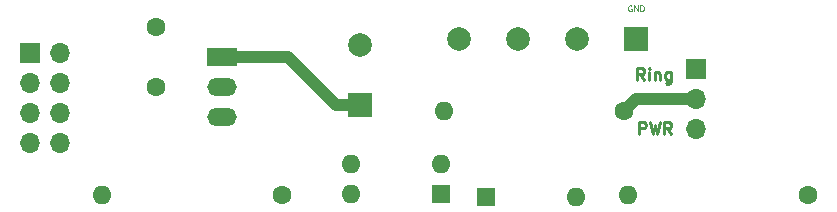
<source format=gbr>
%TF.GenerationSoftware,KiCad,Pcbnew,(5.1.10)-1*%
%TF.CreationDate,2021-06-01T20:42:40+02:00*%
%TF.ProjectId,smart-telefon,736d6172-742d-4746-956c-65666f6e2e6b,1.*%
%TF.SameCoordinates,Original*%
%TF.FileFunction,Copper,L1,Top*%
%TF.FilePolarity,Positive*%
%FSLAX46Y46*%
G04 Gerber Fmt 4.6, Leading zero omitted, Abs format (unit mm)*
G04 Created by KiCad (PCBNEW (5.1.10)-1) date 2021-06-01 20:42:40*
%MOMM*%
%LPD*%
G01*
G04 APERTURE LIST*
%TA.AperFunction,NonConductor*%
%ADD10C,0.100000*%
%TD*%
%TA.AperFunction,NonConductor*%
%ADD11C,0.250000*%
%TD*%
%TA.AperFunction,ComponentPad*%
%ADD12R,2.000000X2.000000*%
%TD*%
%TA.AperFunction,ComponentPad*%
%ADD13C,2.000000*%
%TD*%
%TA.AperFunction,ComponentPad*%
%ADD14C,1.600000*%
%TD*%
%TA.AperFunction,ComponentPad*%
%ADD15R,1.600000X1.600000*%
%TD*%
%TA.AperFunction,ComponentPad*%
%ADD16O,1.600000X1.600000*%
%TD*%
%TA.AperFunction,ComponentPad*%
%ADD17R,1.700000X1.700000*%
%TD*%
%TA.AperFunction,ComponentPad*%
%ADD18O,1.700000X1.700000*%
%TD*%
%TA.AperFunction,ComponentPad*%
%ADD19R,2.500000X1.500000*%
%TD*%
%TA.AperFunction,ComponentPad*%
%ADD20O,2.500000X1.500000*%
%TD*%
%TA.AperFunction,Conductor*%
%ADD21C,1.000000*%
%TD*%
G04 APERTURE END LIST*
D10*
X137287047Y-61218000D02*
X137239428Y-61194190D01*
X137168000Y-61194190D01*
X137096571Y-61218000D01*
X137048952Y-61265619D01*
X137025142Y-61313238D01*
X137001333Y-61408476D01*
X137001333Y-61479904D01*
X137025142Y-61575142D01*
X137048952Y-61622761D01*
X137096571Y-61670380D01*
X137168000Y-61694190D01*
X137215619Y-61694190D01*
X137287047Y-61670380D01*
X137310857Y-61646571D01*
X137310857Y-61479904D01*
X137215619Y-61479904D01*
X137525142Y-61694190D02*
X137525142Y-61194190D01*
X137810857Y-61694190D01*
X137810857Y-61194190D01*
X138048952Y-61694190D02*
X138048952Y-61194190D01*
X138168000Y-61194190D01*
X138239428Y-61218000D01*
X138287047Y-61265619D01*
X138310857Y-61313238D01*
X138334666Y-61408476D01*
X138334666Y-61479904D01*
X138310857Y-61575142D01*
X138287047Y-61622761D01*
X138239428Y-61670380D01*
X138168000Y-61694190D01*
X138048952Y-61694190D01*
D11*
X137930094Y-72080380D02*
X137930094Y-71080380D01*
X138311047Y-71080380D01*
X138406285Y-71128000D01*
X138453904Y-71175619D01*
X138501523Y-71270857D01*
X138501523Y-71413714D01*
X138453904Y-71508952D01*
X138406285Y-71556571D01*
X138311047Y-71604190D01*
X137930094Y-71604190D01*
X138834856Y-71080380D02*
X139072951Y-72080380D01*
X139263428Y-71366095D01*
X139453904Y-72080380D01*
X139691999Y-71080380D01*
X140644380Y-72080380D02*
X140311047Y-71604190D01*
X140072951Y-72080380D02*
X140072951Y-71080380D01*
X140453904Y-71080380D01*
X140549142Y-71128000D01*
X140596761Y-71175619D01*
X140644380Y-71270857D01*
X140644380Y-71413714D01*
X140596761Y-71508952D01*
X140549142Y-71556571D01*
X140453904Y-71604190D01*
X140072951Y-71604190D01*
X138358666Y-67508380D02*
X138025333Y-67032190D01*
X137787238Y-67508380D02*
X137787238Y-66508380D01*
X138168190Y-66508380D01*
X138263428Y-66556000D01*
X138311047Y-66603619D01*
X138358666Y-66698857D01*
X138358666Y-66841714D01*
X138311047Y-66936952D01*
X138263428Y-66984571D01*
X138168190Y-67032190D01*
X137787238Y-67032190D01*
X138787238Y-67508380D02*
X138787238Y-66841714D01*
X138787238Y-66508380D02*
X138739619Y-66556000D01*
X138787238Y-66603619D01*
X138834857Y-66556000D01*
X138787238Y-66508380D01*
X138787238Y-66603619D01*
X139263428Y-66841714D02*
X139263428Y-67508380D01*
X139263428Y-66936952D02*
X139311047Y-66889333D01*
X139406285Y-66841714D01*
X139549142Y-66841714D01*
X139644380Y-66889333D01*
X139692000Y-66984571D01*
X139692000Y-67508380D01*
X140596761Y-66841714D02*
X140596761Y-67651238D01*
X140549142Y-67746476D01*
X140501523Y-67794095D01*
X140406285Y-67841714D01*
X140263428Y-67841714D01*
X140168190Y-67794095D01*
X140596761Y-67460761D02*
X140501523Y-67508380D01*
X140311047Y-67508380D01*
X140215809Y-67460761D01*
X140168190Y-67413142D01*
X140120571Y-67317904D01*
X140120571Y-67032190D01*
X140168190Y-66936952D01*
X140215809Y-66889333D01*
X140311047Y-66841714D01*
X140501523Y-66841714D01*
X140596761Y-66889333D01*
D12*
%TO.P,C1,1*%
%TO.N,Net-(C1-Pad1)*%
X114300000Y-69596000D03*
D13*
%TO.P,C1,2*%
%TO.N,GND*%
X114300000Y-64596000D03*
%TD*%
D14*
%TO.P,C2,1*%
%TO.N,/VCC*%
X97028000Y-68072000D03*
%TO.P,C2,2*%
%TO.N,GND*%
X97028000Y-63072000D03*
%TD*%
D13*
%TO.P,D1,4*%
%TO.N,Net-(C1-Pad1)*%
X122668000Y-64008000D03*
%TO.P,D1,3*%
%TO.N,GND*%
X127668000Y-64008000D03*
%TO.P,D1,2*%
%TO.N,/POWER*%
X132668000Y-64008000D03*
D12*
%TO.P,D1,1*%
%TO.N,GND*%
X137668000Y-64008000D03*
%TD*%
D15*
%TO.P,D2,1*%
%TO.N,Net-(D2-Pad1)*%
X124968000Y-77466000D03*
D16*
%TO.P,D2,2*%
%TO.N,GND*%
X132588000Y-77466000D03*
%TD*%
D17*
%TO.P,J1,1*%
%TO.N,/RING*%
X142748000Y-66548000D03*
D18*
%TO.P,J1,2*%
%TO.N,GND*%
X142748000Y-69088000D03*
%TO.P,J1,3*%
%TO.N,/POWER*%
X142748000Y-71628000D03*
%TD*%
D17*
%TO.P,J2,1*%
%TO.N,/TX*%
X86360000Y-65273000D03*
D18*
%TO.P,J2,2*%
%TO.N,GND*%
X88900000Y-65273000D03*
%TO.P,J2,3*%
%TO.N,/CH_PD*%
X86360000Y-67813000D03*
%TO.P,J2,4*%
%TO.N,/GPIO2*%
X88900000Y-67813000D03*
%TO.P,J2,5*%
%TO.N,/RST*%
X86360000Y-70353000D03*
%TO.P,J2,6*%
%TO.N,/GPIO0*%
X88900000Y-70353000D03*
%TO.P,J2,7*%
%TO.N,/VCC*%
X86360000Y-72893000D03*
%TO.P,J2,8*%
%TO.N,/RX*%
X88900000Y-72893000D03*
%TD*%
D14*
%TO.P,R1,1*%
%TO.N,/RING*%
X152248000Y-77216000D03*
D16*
%TO.P,R1,2*%
%TO.N,Net-(D2-Pad1)*%
X137008000Y-77216000D03*
%TD*%
%TO.P,R2,2*%
%TO.N,Net-(R2-Pad2)*%
X121412000Y-70104000D03*
D14*
%TO.P,R2,1*%
%TO.N,GND*%
X136652000Y-70104000D03*
%TD*%
%TO.P,R3,1*%
%TO.N,Net-(R3-Pad1)*%
X107696000Y-77216000D03*
D16*
%TO.P,R3,2*%
%TO.N,/RST*%
X92456000Y-77216000D03*
%TD*%
D19*
%TO.P,U1,1*%
%TO.N,Net-(C1-Pad1)*%
X102616000Y-65532000D03*
D20*
%TO.P,U1,2*%
%TO.N,GND*%
X102616000Y-68072000D03*
%TO.P,U1,3*%
%TO.N,/VCC*%
X102616000Y-70612000D03*
%TD*%
D15*
%TO.P,U2,1*%
%TO.N,Net-(D2-Pad1)*%
X121179000Y-77166000D03*
D16*
%TO.P,U2,3*%
%TO.N,GND*%
X113559000Y-74626000D03*
%TO.P,U2,2*%
%TO.N,Net-(R2-Pad2)*%
X121179000Y-74626000D03*
%TO.P,U2,4*%
%TO.N,Net-(R3-Pad1)*%
X113559000Y-77166000D03*
%TD*%
D21*
%TO.N,Net-(C1-Pad1)*%
X114300000Y-69596000D02*
X112300000Y-69596000D01*
X102616000Y-65532000D02*
X108236000Y-65532000D01*
X108236000Y-65532000D02*
X112300000Y-69596000D01*
%TO.N,GND*%
X136652000Y-70104000D02*
X137668000Y-69088000D01*
X137668000Y-69088000D02*
X142748000Y-69088000D01*
%TD*%
M02*

</source>
